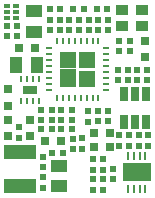
<source format=gtp>
%FSLAX25Y25*%
%MOIN*%
G70*
G01*
G75*
G04 Layer_Color=8421504*
%ADD10C,0.00800*%
%ADD11R,0.01969X0.01969*%
%ADD12R,0.01969X0.01969*%
%ADD13R,0.02756X0.05118*%
%ADD14R,0.09370X0.06496*%
%ADD15R,0.00984X0.02756*%
%ADD16R,0.01929X0.01181*%
%ADD17R,0.02047X0.01181*%
%ADD18R,0.06299X0.03543*%
%ADD19R,0.01102X0.01969*%
%ADD20R,0.12205X0.12205*%
%ADD21R,0.00984X0.02362*%
%ADD22R,0.02362X0.00984*%
%ADD23R,0.10709X0.05079*%
%ADD24R,0.05787X0.04449*%
%ADD25R,0.03000X0.03000*%
%ADD26R,0.04449X0.05787*%
%ADD27R,0.03000X0.03000*%
%ADD28R,0.04331X0.03543*%
%ADD29C,0.02000*%
%ADD30C,0.00600*%
%ADD31C,0.01200*%
%ADD32C,0.01000*%
%ADD33C,0.00500*%
%ADD34C,0.05118*%
%ADD35C,0.01400*%
%ADD36C,0.01969*%
%ADD37R,0.01063X0.02047*%
%ADD38R,0.01417X0.02047*%
%ADD39R,0.02953X0.05906*%
%ADD40O,0.01575X0.05299*%
%ADD41O,0.01575X0.06874*%
%ADD42O,0.05299X0.01575*%
%ADD43O,0.06874X0.01575*%
%ADD44O,0.10024X0.01575*%
%ADD45R,0.08000X0.06300*%
%ADD46C,0.00984*%
%ADD47C,0.00394*%
%ADD48C,0.00787*%
%ADD49R,0.00984X0.01969*%
%ADD50R,0.05118X0.02756*%
%ADD51R,0.05512X0.05512*%
%ADD52R,0.05512X0.05906*%
%ADD53R,0.02756X0.00000*%
D11*
X32028Y62500D02*
D03*
X35572D02*
D03*
X27772D02*
D03*
X24228D02*
D03*
X39428Y51700D02*
D03*
X42972D02*
D03*
X20772Y14400D02*
D03*
X17228D02*
D03*
X35869Y25054D02*
D03*
X32326D02*
D03*
X35869Y28254D02*
D03*
X32326D02*
D03*
X20128Y25500D02*
D03*
X23672D02*
D03*
X20128Y28700D02*
D03*
X23672D02*
D03*
X13428Y25500D02*
D03*
X16972D02*
D03*
X13428Y28700D02*
D03*
X16972D02*
D03*
X42972Y48500D02*
D03*
X39428D02*
D03*
X19872Y62500D02*
D03*
X16328D02*
D03*
X16972Y22300D02*
D03*
X13428D02*
D03*
X23672D02*
D03*
X20128D02*
D03*
D12*
X22900Y58772D02*
D03*
Y55228D02*
D03*
X34100Y8728D02*
D03*
Y12272D02*
D03*
Y2028D02*
D03*
Y5572D02*
D03*
X30900Y12272D02*
D03*
Y8728D02*
D03*
Y5572D02*
D03*
Y2028D02*
D03*
X37300Y5628D02*
D03*
Y9172D02*
D03*
X42800Y16728D02*
D03*
Y20272D02*
D03*
X39600Y16728D02*
D03*
Y20272D02*
D03*
X14100Y9528D02*
D03*
Y13072D02*
D03*
Y6372D02*
D03*
Y2828D02*
D03*
X2000Y53228D02*
D03*
Y56772D02*
D03*
X45600Y38528D02*
D03*
Y42072D02*
D03*
X48800Y38528D02*
D03*
Y42072D02*
D03*
X6200Y22972D02*
D03*
Y19428D02*
D03*
X24000Y15628D02*
D03*
Y19172D02*
D03*
X27200Y15828D02*
D03*
Y19372D02*
D03*
X35700Y58772D02*
D03*
Y55228D02*
D03*
X32500Y58772D02*
D03*
Y55228D02*
D03*
X29300Y58772D02*
D03*
Y55228D02*
D03*
X26100Y58772D02*
D03*
Y55228D02*
D03*
X19700Y58772D02*
D03*
Y55228D02*
D03*
X39200Y38528D02*
D03*
Y42072D02*
D03*
X5300Y56772D02*
D03*
Y53228D02*
D03*
X16500Y55228D02*
D03*
Y58772D02*
D03*
X29200Y24728D02*
D03*
Y28272D02*
D03*
X42400Y38528D02*
D03*
Y42072D02*
D03*
X46000Y16728D02*
D03*
Y20272D02*
D03*
X49200Y16728D02*
D03*
Y20272D02*
D03*
D13*
X41060Y24676D02*
D03*
X44800D02*
D03*
X48540D02*
D03*
Y34124D02*
D03*
X44800D02*
D03*
X41060D02*
D03*
D14*
X45300Y7900D02*
D03*
D15*
X42347Y2388D02*
D03*
X44316D02*
D03*
X46284D02*
D03*
X48253D02*
D03*
X42347Y13412D02*
D03*
X44316D02*
D03*
X46284D02*
D03*
X48253D02*
D03*
D16*
X1984Y59431D02*
D03*
Y61400D02*
D03*
Y63368D02*
D03*
X5016D02*
D03*
Y61400D02*
D03*
D17*
Y59431D02*
D03*
D21*
X18810Y51749D02*
D03*
X20779D02*
D03*
X22747D02*
D03*
X24716D02*
D03*
X26684D02*
D03*
X28653D02*
D03*
X30621D02*
D03*
X32590D02*
D03*
Y32851D02*
D03*
X30621D02*
D03*
X28653D02*
D03*
X26684D02*
D03*
X24716D02*
D03*
X22747D02*
D03*
X20779D02*
D03*
X18810D02*
D03*
D22*
X35149Y49190D02*
D03*
Y47221D02*
D03*
Y45253D02*
D03*
Y43284D02*
D03*
Y41316D02*
D03*
Y39347D02*
D03*
Y37379D02*
D03*
Y35410D02*
D03*
X16251D02*
D03*
Y37379D02*
D03*
Y39347D02*
D03*
Y41316D02*
D03*
Y43284D02*
D03*
Y45253D02*
D03*
Y47221D02*
D03*
Y49190D02*
D03*
D23*
X6400Y3469D02*
D03*
Y14532D02*
D03*
D24*
X19400Y3216D02*
D03*
Y10184D02*
D03*
X11200Y54616D02*
D03*
Y61584D02*
D03*
D25*
X9800Y25450D02*
D03*
Y19950D02*
D03*
X2500Y25450D02*
D03*
Y19950D02*
D03*
Y35550D02*
D03*
Y30050D02*
D03*
X48000Y51750D02*
D03*
Y46250D02*
D03*
D26*
X12084Y43800D02*
D03*
X5116D02*
D03*
D27*
X36450Y16400D02*
D03*
X30950D02*
D03*
X14750Y18200D02*
D03*
X20250D02*
D03*
X5950Y49400D02*
D03*
X11450D02*
D03*
X36448Y20954D02*
D03*
X30948D02*
D03*
D28*
X47246Y56741D02*
D03*
X40554D02*
D03*
X47246Y61859D02*
D03*
X40554D02*
D03*
D49*
X8716Y31560D02*
D03*
X6747D02*
D03*
X10684Y31560D02*
D03*
X12653D02*
D03*
Y39040D02*
D03*
X10684D02*
D03*
X8716Y39040D02*
D03*
X6747D02*
D03*
D50*
X9700Y35308D02*
D03*
D51*
X22550Y45450D02*
D03*
X28850Y39150D02*
D03*
Y45450D02*
D03*
D52*
X22550Y39347D02*
D03*
D53*
X9700Y35300D02*
D03*
M02*

</source>
